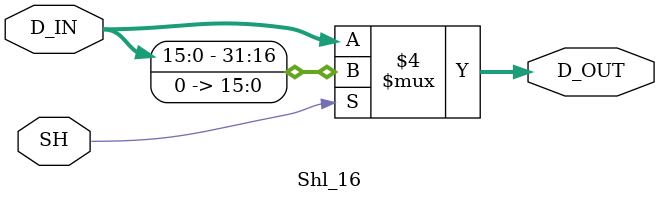
<source format=v>
`timescale 1 ns/1 ns

module Shl_16(SH, D_IN, D_OUT);
	input  SH;
	input  [31:0] D_IN;
	output [31:0] D_OUT;
	reg    [31:0] D_OUT;

	// CombLogic
	always @(SH, D_IN) begin
		if(SH == 1'b1)
			D_OUT <= {D_IN[15:0], 16'h0};
		else
			D_OUT <= D_IN;
	end
endmodule
</source>
